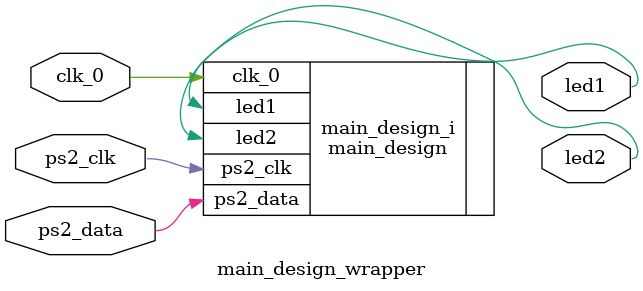
<source format=v>
`timescale 1 ps / 1 ps

module main_design_wrapper
   (clk_0,
    led1,
    led2,
    ps2_clk,
    ps2_data);
  input clk_0;
  output led1;
  output led2;
  input ps2_clk;
  input ps2_data;

  wire clk_0;
  wire led1;
  wire led2;
  wire ps2_clk;
  wire ps2_data;

  main_design main_design_i
       (.clk_0(clk_0),
        .led1(led1),
        .led2(led2),
        .ps2_clk(ps2_clk),
        .ps2_data(ps2_data));
endmodule

</source>
